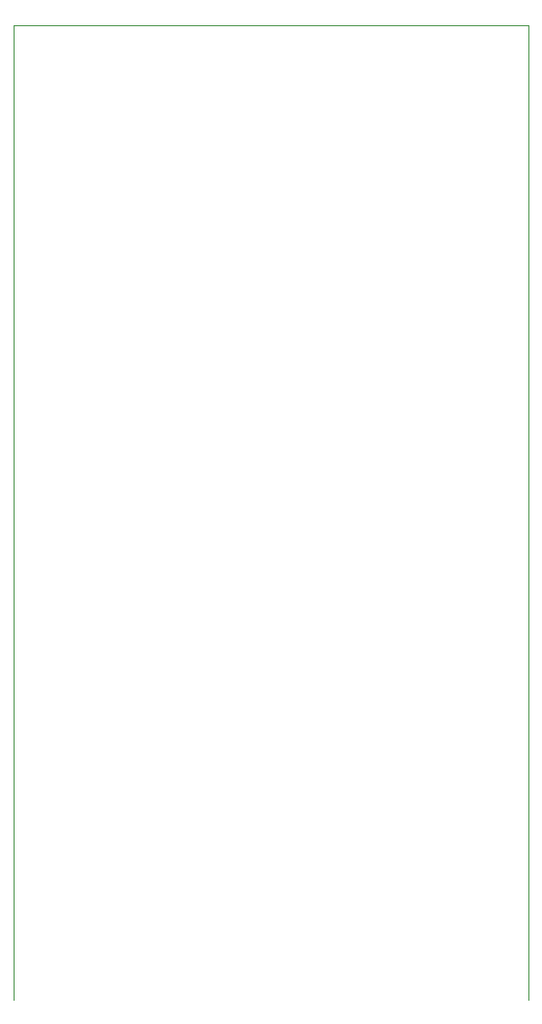
<source format=gbr>
%TF.GenerationSoftware,KiCad,Pcbnew,(5.1.7)-1*%
%TF.CreationDate,2020-11-12T11:31:24+03:00*%
%TF.ProjectId,stomp adapter,73746f6d-7020-4616-9461-707465722e6b,rev?*%
%TF.SameCoordinates,Original*%
%TF.FileFunction,Profile,NP*%
%FSLAX46Y46*%
G04 Gerber Fmt 4.6, Leading zero omitted, Abs format (unit mm)*
G04 Created by KiCad (PCBNEW (5.1.7)-1) date 2020-11-12 11:31:24*
%MOMM*%
%LPD*%
G01*
G04 APERTURE LIST*
%TA.AperFunction,Profile*%
%ADD10C,0.050000*%
%TD*%
G04 APERTURE END LIST*
D10*
X75000000Y-30000000D02*
X75000000Y-115000000D01*
X30000000Y-115000000D02*
X30000000Y-30000000D01*
X30000000Y-30000000D02*
X75000000Y-30000000D01*
M02*

</source>
